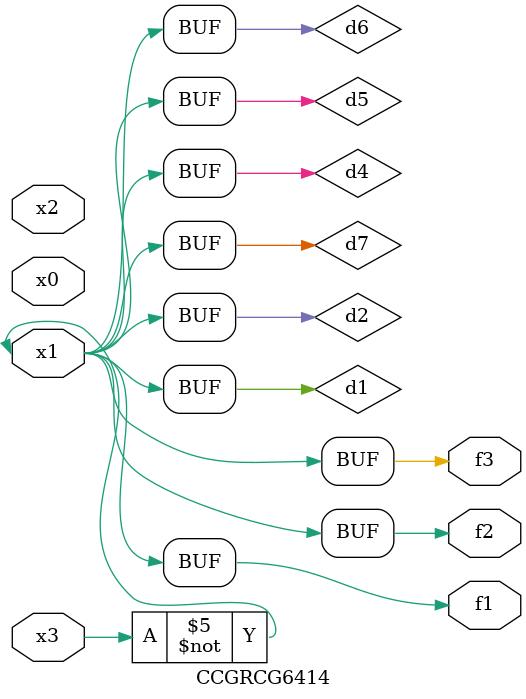
<source format=v>
module CCGRCG6414(
	input x0, x1, x2, x3,
	output f1, f2, f3
);

	wire d1, d2, d3, d4, d5, d6, d7;

	not (d1, x3);
	buf (d2, x1);
	xnor (d3, d1, d2);
	nor (d4, d1);
	buf (d5, d1, d2);
	buf (d6, d4, d5);
	nand (d7, d4);
	assign f1 = d6;
	assign f2 = d7;
	assign f3 = d6;
endmodule

</source>
